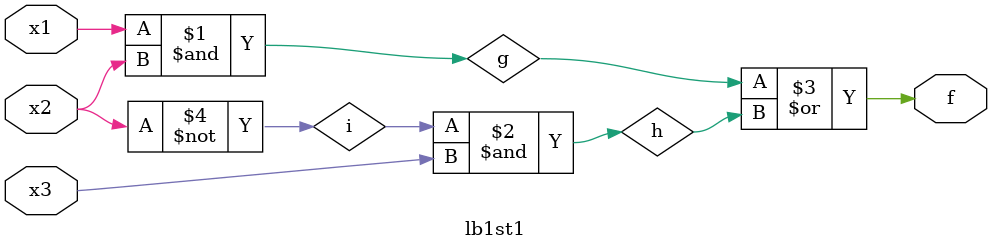
<source format=v>
module lb1st1(x1,x2,x3,f);
input x1,x2,x3;
output f;
and(g,x1,x2);
not(i,x2);
and(h,i,x3);
or(f,g,h);
endmodule  
</source>
